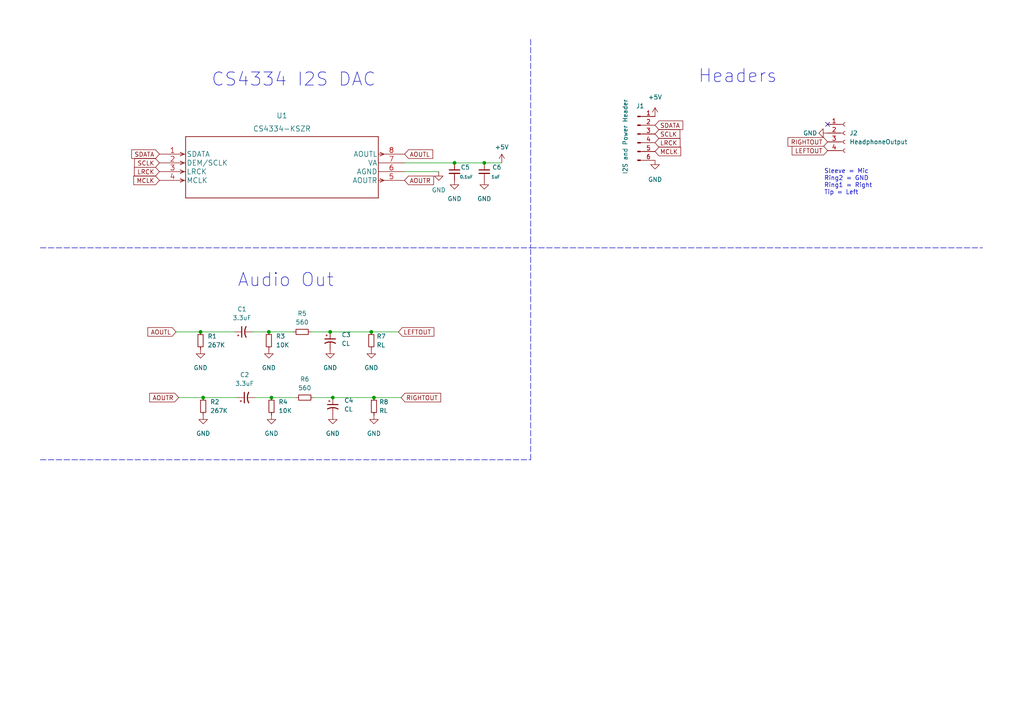
<source format=kicad_sch>
(kicad_sch (version 20211123) (generator eeschema)
  (paper "A4")
  (lib_symbols
    (symbol "CS4334:CS4334-KSZR" (pin_names (offset 0.254))
      (property "Reference" "U" (at 35.56 10.16 0))
      (property "Value" "CS4334-KSZR" (at 35.56 7.62 0))
      (symbol "CS4334-KSZR_1_1"
        (polyline (pts (xy 7.112 -7.62) (xy 6.0452 -8.128)) (stroke (width 0.2032)))
        (polyline (pts (xy 7.112 -7.62) (xy 6.0452 -7.112)) (stroke (width 0.2032)))
        (polyline (pts (xy 7.112 -5.08) (xy 6.0452 -5.588)) (stroke (width 0.2032)))
        (polyline (pts (xy 7.112 -5.08) (xy 6.0452 -4.572)) (stroke (width 0.2032)))
        (polyline (pts (xy 7.112 -2.54) (xy 6.0452 -3.048)) (stroke (width 0.2032)))
        (polyline (pts (xy 7.112 -2.54) (xy 6.0452 -2.032)) (stroke (width 0.2032)))
        (polyline (pts (xy 7.112 0) (xy 6.0452 -0.508)) (stroke (width 0.2032)))
        (polyline (pts (xy 7.112 0) (xy 6.0452 0.508)) (stroke (width 0.2032)))
        (polyline (pts (xy 7.62 -12.7) (xy 63.5 -12.7)) (stroke (width 0.2032)))
        (polyline (pts (xy 7.62 5.08) (xy 7.62 -12.7)) (stroke (width 0.2032)))
        (polyline (pts (xy 63.5 -12.7) (xy 63.5 5.08)) (stroke (width 0.2032)))
        (polyline (pts (xy 63.5 5.08) (xy 7.62 5.08)) (stroke (width 0.2032)))
        (polyline (pts (xy 64.008 -8.128) (xy 65.0748 -7.62)) (stroke (width 0.2032)))
        (polyline (pts (xy 64.008 -7.112) (xy 65.0748 -7.62)) (stroke (width 0.2032)))
        (polyline (pts (xy 64.008 -0.508) (xy 65.0748 0)) (stroke (width 0.2032)))
        (polyline (pts (xy 64.008 0.508) (xy 65.0748 0)) (stroke (width 0.2032)))
        (pin input line (at 0 0 0) (length 7.62) (name "SDATA") (number "1"))
        (pin input line (at 0 -2.54 0) (length 7.62) (name "DEM/SCLK") (number "2"))
        (pin input line (at 0 -5.08 0) (length 7.62) (name "LRCK") (number "3"))
        (pin input line (at 0 -7.62 0) (length 7.62) (name "MCLK") (number "4"))
        (pin output line (at 71.12 -7.62 180) (length 7.62) (name "AOUTR") (number "5"))
        (pin power_in line (at 71.12 -5.08 180) (length 7.62) (name "AGND") (number "6"))
        (pin power_in line (at 71.12 -2.54 180) (length 7.62) (name "VA") (number "7"))
        (pin output line (at 71.12 0 180) (length 7.62) (name "AOUTL") (number "8"))
      )
    )
    (symbol "Connector:Conn_01x04_Female" (pin_names (offset 1.016) hide)
      (property "Reference" "J" (at 0 5.08 0))
      (property "Value" "Conn_01x04_Female" (at 0 -7.62 0))
      (symbol "Conn_01x04_Female_1_1"
        (arc (start 0 -4.572) (mid -0.508 -5.08) (end 0 -5.588) (stroke (width 0.1524)))
        (arc (start 0 -2.032) (mid -0.508 -2.54) (end 0 -3.048) (stroke (width 0.1524)))
        (polyline (pts (xy -1.27 -5.08) (xy -0.508 -5.08)) (stroke (width 0.1524)))
        (polyline (pts (xy -1.27 -2.54) (xy -0.508 -2.54)) (stroke (width 0.1524)))
        (polyline (pts (xy -1.27 0) (xy -0.508 0)) (stroke (width 0.1524)))
        (polyline (pts (xy -1.27 2.54) (xy -0.508 2.54)) (stroke (width 0.1524)))
        (arc (start 0 0.508) (mid -0.508 0) (end 0 -0.508) (stroke (width 0.1524)))
        (arc (start 0 3.048) (mid -0.508 2.54) (end 0 2.032) (stroke (width 0.1524)))
        (pin passive line (at -5.08 2.54 0) (length 3.81) (name "Pin_1") (number "1"))
        (pin passive line (at -5.08 0 0) (length 3.81) (name "Pin_2") (number "2"))
        (pin passive line (at -5.08 -2.54 0) (length 3.81) (name "Pin_3") (number "3"))
        (pin passive line (at -5.08 -5.08 0) (length 3.81) (name "Pin_4") (number "4"))
      )
    )
    (symbol "Connector:Conn_01x06_Male" (pin_names (offset 1.016) hide)
      (property "Reference" "J" (at 0 7.62 0))
      (property "Value" "Conn_01x06_Male" (at 0 -10.16 0))
      (symbol "Conn_01x06_Male_1_1"
        (polyline (pts (xy 1.27 -7.62) (xy 0.8636 -7.62)) (stroke (width 0.1524)))
        (polyline (pts (xy 1.27 -5.08) (xy 0.8636 -5.08)) (stroke (width 0.1524)))
        (polyline (pts (xy 1.27 -2.54) (xy 0.8636 -2.54)) (stroke (width 0.1524)))
        (polyline (pts (xy 1.27 0) (xy 0.8636 0)) (stroke (width 0.1524)))
        (polyline (pts (xy 1.27 2.54) (xy 0.8636 2.54)) (stroke (width 0.1524)))
        (polyline (pts (xy 1.27 5.08) (xy 0.8636 5.08)) (stroke (width 0.1524)))
        (rectangle (start 0.8636 -7.493) (end 0 -7.747) (stroke (width 0.1524)) (fill (type outline)))
        (rectangle (start 0.8636 -4.953) (end 0 -5.207) (stroke (width 0.1524)) (fill (type outline)))
        (rectangle (start 0.8636 -2.413) (end 0 -2.667) (stroke (width 0.1524)) (fill (type outline)))
        (rectangle (start 0.8636 0.127) (end 0 -0.127) (stroke (width 0.1524)) (fill (type outline)))
        (rectangle (start 0.8636 2.667) (end 0 2.413) (stroke (width 0.1524)) (fill (type outline)))
        (rectangle (start 0.8636 5.207) (end 0 4.953) (stroke (width 0.1524)) (fill (type outline)))
        (pin passive line (at 5.08 5.08 180) (length 3.81) (name "Pin_1") (number "1"))
        (pin passive line (at 5.08 2.54 180) (length 3.81) (name "Pin_2") (number "2"))
        (pin passive line (at 5.08 0 180) (length 3.81) (name "Pin_3") (number "3"))
        (pin passive line (at 5.08 -2.54 180) (length 3.81) (name "Pin_4") (number "4"))
        (pin passive line (at 5.08 -5.08 180) (length 3.81) (name "Pin_5") (number "5"))
        (pin passive line (at 5.08 -7.62 180) (length 3.81) (name "Pin_6") (number "6"))
      )
    )
    (symbol "Device:C_Polarized_Small_US" (pin_numbers hide) (pin_names (offset 0.254) hide)
      (property "Reference" "C" (at 0.254 1.778 0))
      (property "Value" "C_Polarized_Small_US" (at 0.254 -2.032 0))
      (symbol "C_Polarized_Small_US_0_1"
        (polyline (pts (xy -1.524 0.508) (xy 1.524 0.508)) (stroke (width 0.3048)))
        (polyline (pts (xy -1.27 1.524) (xy -0.762 1.524)))
        (polyline (pts (xy -1.016 1.27) (xy -1.016 1.778)))
        (arc (start 1.524 -0.762) (mid 0 -0.3734) (end -1.524 -0.762) (stroke (width 0.3048)))
      )
      (symbol "C_Polarized_Small_US_1_1"
        (pin passive line (at 0 2.54 270) (length 2.032) (name "~") (number "1"))
        (pin passive line (at 0 -2.54 90) (length 2.032) (name "~") (number "2"))
      )
    )
    (symbol "Device:C_Small" (pin_numbers hide) (pin_names (offset 0.254) hide)
      (property "Reference" "C" (at 0.254 1.778 0))
      (property "Value" "C_Small" (at 0.254 -2.032 0))
      (symbol "C_Small_0_1"
        (polyline (pts (xy -1.524 -0.508) (xy 1.524 -0.508)) (stroke (width 0.3302)))
        (polyline (pts (xy -1.524 0.508) (xy 1.524 0.508)) (stroke (width 0.3048)))
      )
      (symbol "C_Small_1_1"
        (pin passive line (at 0 2.54 270) (length 2.032) (name "~") (number "1"))
        (pin passive line (at 0 -2.54 90) (length 2.032) (name "~") (number "2"))
      )
    )
    (symbol "Device:R_Small" (pin_numbers hide) (pin_names (offset 0.254) hide)
      (property "Reference" "R" (at 0.762 0.508 0))
      (property "Value" "R_Small" (at 0.762 -1.016 0))
      (symbol "R_Small_0_1"
        (rectangle (start -0.762 1.778) (end 0.762 -1.778) (stroke (width 0.2032)))
      )
      (symbol "R_Small_1_1"
        (pin passive line (at 0 2.54 270) (length 0.762) (name "~") (number "1"))
        (pin passive line (at 0 -2.54 90) (length 0.762) (name "~") (number "2"))
      )
    )
    (symbol "power:+5V" (power) (pin_names (offset 0))
      (property "Value" "+5V" (at 0 3.556 0))
      (symbol "+5V_0_1"
        (polyline (pts (xy -0.762 1.27) (xy 0 2.54)))
        (polyline (pts (xy 0 0) (xy 0 2.54)))
        (polyline (pts (xy 0 2.54) (xy 0.762 1.27)))
      )
      (symbol "+5V_1_1"
        (pin power_in line (at 0 0 90) (length 0) hide (name "+5V") (number "1"))
      )
    )
    (symbol "power:GND" (power) (pin_names (offset 0))
      (property "Value" "GND" (at 0 -3.81 0))
      (symbol "GND_0_1"
        (polyline (pts (xy 0 0) (xy 0 -1.27) (xy 1.27 -1.27) (xy 0 -2.54) (xy -1.27 -1.27) (xy 0 -1.27)))
      )
      (symbol "GND_1_1"
        (pin power_in line (at 0 0 270) (length 0) hide (name "GND") (number "1"))
      )
    )
  )
  (junction (at 77.978 96.266))
  (junction (at 140.462 47.244))
  (junction (at 95.758 96.266))
  (junction (at 96.52 115.316))
  (junction (at 131.826 47.244))
  (junction (at 107.696 96.266))
  (junction (at 78.74 115.316))
  (junction (at 58.166 96.266))
  (junction (at 108.458 115.316))
  (junction (at 58.928 115.316))
  (no_connect (at 240.03 36.068))
  (wire (pts (xy 77.978 96.266) (xy 85.09 96.266)))
  (wire (pts (xy 96.52 115.316) (xy 108.458 115.316)))
  (wire (pts (xy 117.348 49.784) (xy 127.254 49.784)))
  (wire (pts (xy 58.928 115.316) (xy 68.834 115.316)))
  (wire (pts (xy 51.816 115.316) (xy 58.928 115.316)))
  (wire (pts (xy 78.74 115.316) (xy 85.852 115.316)))
  (wire (pts (xy 107.696 96.266) (xy 115.57 96.266)))
  (polyline (pts (xy 11.684 71.882) (xy 153.924 71.882)))
  (wire (pts (xy 90.17 96.266) (xy 95.758 96.266)))
  (polyline (pts (xy 11.684 133.35) (xy 153.924 133.35)))
  (wire (pts (xy 117.348 47.244) (xy 131.826 47.244)))
  (wire (pts (xy 51.054 96.266) (xy 58.166 96.266)))
  (wire (pts (xy 90.932 115.316) (xy 96.52 115.316)))
  (wire (pts (xy 95.758 96.266) (xy 107.696 96.266)))
  (wire (pts (xy 58.166 96.266) (xy 68.072 96.266)))
  (wire (pts (xy 108.458 115.316) (xy 116.332 115.316)))
  (polyline (pts (xy 153.924 11.43) (xy 153.924 71.882)))
  (polyline (pts (xy 153.924 133.35) (xy 153.924 71.628)))
  (wire (pts (xy 73.152 96.266) (xy 77.978 96.266)))
  (wire (pts (xy 131.826 47.244) (xy 140.462 47.244)))
  (wire (pts (xy 140.462 47.244) (xy 145.542 47.244)))
  (polyline (pts (xy 153.924 71.882) (xy 284.988 71.882)))
  (wire (pts (xy 73.914 115.316) (xy 78.74 115.316)))
  (text "CS4334 I2S DAC" (at 61.214 25.4 0) (effects (font (size 3.81 3.81)) (justify left bottom)))
  (text "Audio Out" (at 68.834 83.566 0) (effects (font (size 3.81 3.81)) (justify left bottom)))
  (text "Headers" (at 202.438 24.384 0) (effects (font (size 3.81 3.81)) (justify left bottom)))
  (text "Sleeve = Mic\nRing2 = GND\nRing1 = Right\nTip = Left\n" (at 239.014 56.642 0) (effects (font (size 1.27 1.27)) (justify left bottom)))
  (global_label "AOUTL" (shape input) (at 117.348 44.704 0) (property "Intersheet References" "${INTERSHEET_REFS}" (effects hide)))
  (global_label "AOUTR" (shape input) (at 51.816 115.316 180) (property "Intersheet References" "${INTERSHEET_REFS}" (effects hide)))
  (global_label "AOUTL" (shape input) (at 51.054 96.266 180) (property "Intersheet References" "${INTERSHEET_REFS}" (effects hide)))
  (global_label "SCLK" (shape input) (at 46.228 47.244 180) (property "Intersheet References" "${INTERSHEET_REFS}" (effects hide)))
  (global_label "LRCK" (shape input) (at 46.228 49.784 180) (property "Intersheet References" "${INTERSHEET_REFS}" (effects hide)))
  (global_label "MCLK" (shape input) (at 46.228 52.324 180) (property "Intersheet References" "${INTERSHEET_REFS}" (effects hide)))
  (global_label "SDATA" (shape input) (at 189.992 36.322 0) (property "Intersheet References" "${INTERSHEET_REFS}" (effects hide)))
  (global_label "SDATA" (shape input) (at 46.228 44.704 180) (property "Intersheet References" "${INTERSHEET_REFS}" (effects hide)))
  (global_label "RIGHTOUT" (shape input) (at 240.03 41.148 180) (property "Intersheet References" "${INTERSHEET_REFS}" (effects hide)))
  (global_label "LEFTOUT" (shape input) (at 115.57 96.266 0) (property "Intersheet References" "${INTERSHEET_REFS}" (effects hide)))
  (global_label "RIGHTOUT" (shape input) (at 116.332 115.316 0) (property "Intersheet References" "${INTERSHEET_REFS}" (effects hide)))
  (global_label "AOUTR" (shape input) (at 117.348 52.324 0) (property "Intersheet References" "${INTERSHEET_REFS}" (effects hide)))
  (global_label "MCLK" (shape input) (at 189.992 43.942 0) (property "Intersheet References" "${INTERSHEET_REFS}" (effects hide)))
  (global_label "SCLK" (shape input) (at 189.992 38.862 0) (property "Intersheet References" "${INTERSHEET_REFS}" (effects hide)))
  (global_label "LRCK" (shape input) (at 189.992 41.402 0) (property "Intersheet References" "${INTERSHEET_REFS}" (effects hide)))
  (global_label "LEFTOUT" (shape input) (at 240.03 43.688 180) (property "Intersheet References" "${INTERSHEET_REFS}" (effects hide)))
  (symbol (lib_id "Device:R_Small") (at 88.392 115.316 90) (unit 1)
    (property "Reference" "R6" (at 88.392 109.982 90))
    (property "Value" "560" (at 88.392 112.522 90))
    (property "Footprint" "Resistor_SMD:R_0805_2012Metric_Pad1.20x1.40mm_HandSolder" (effects hide))
  )
  (symbol (lib_id "Device:C_Small") (at 140.462 49.784 0) (unit 1)
    (property "Reference" "C6" (at 142.748 48.514 0) (effects (justify left)))
    (property "Value" "1uF" (at 142.494 51.308 0) (effects (font (size 0.889 0.889)) (justify left)))
    (property "Footprint" "Capacitor_SMD:C_0805_2012Metric_Pad1.18x1.45mm_HandSolder" (effects hide))
  )
  (symbol (lib_id "power:GND") (at 78.74 120.396 0) (unit 1)
    (property "Reference" "#PWR04" (effects hide))
    (property "Value" "GND" (at 78.74 125.73 0))
  )
  (symbol (lib_id "Device:C_Polarized_Small_US") (at 96.52 117.856 0) (unit 1)
    (property "Reference" "C4" (at 99.822 116.1541 0) (effects (justify left)))
    (property "Value" "CL" (at 99.822 118.6941 0) (effects (justify left)))
    (property "Footprint" "Capacitor_SMD:C_0805_2012Metric_Pad1.18x1.45mm_HandSolder" (effects hide))
  )
  (symbol (lib_id "Device:R_Small") (at 108.458 117.856 0) (unit 1)
    (property "Reference" "R8" (at 109.982 116.5859 0) (effects (justify left)))
    (property "Value" "RL" (at 109.982 119.1259 0) (effects (justify left)))
    (property "Footprint" "Resistor_SMD:R_0805_2012Metric_Pad1.20x1.40mm_HandSolder" (effects hide))
  )
  (symbol (lib_id "power:GND") (at 95.758 101.346 0) (unit 1)
    (property "Reference" "#PWR05" (effects hide))
    (property "Value" "GND" (at 95.758 106.68 0))
  )
  (symbol (lib_id "Device:C_Polarized_Small_US") (at 95.758 98.806 0) (unit 1)
    (property "Reference" "C3" (at 99.06 97.1041 0) (effects (justify left)))
    (property "Value" "CL" (at 99.06 99.6441 0) (effects (justify left)))
    (property "Footprint" "Capacitor_SMD:C_0805_2012Metric_Pad1.18x1.45mm_HandSolder" (effects hide))
  )
  (symbol (lib_id "power:GND") (at 58.166 101.346 0) (unit 1)
    (property "Reference" "#PWR01" (effects hide))
    (property "Value" "GND" (at 58.166 106.68 0))
  )
  (symbol (lib_id "power:+5V") (at 189.992 33.782 0) (unit 1)
    (property "Reference" "#PWR013" (effects hide))
    (property "Value" "+5V" (at 189.992 28.194 0))
  )
  (symbol (lib_id "Connector:Conn_01x04_Female") (at 245.11 38.608 0) (unit 1)
    (property "Reference" "J2" (at 246.38 38.6079 0) (effects (justify left)))
    (property "Value" "HeadphoneOutput" (at 246.38 41.1479 0) (effects (justify left)))
    (property "Footprint" "Connector_PinHeader_2.54mm:PinHeader_1x04_P2.54mm_Vertical" (effects hide))
  )
  (symbol (lib_id "Device:R_Small") (at 107.696 98.806 0) (unit 1)
    (property "Reference" "R7" (at 109.22 97.5359 0) (effects (justify left)))
    (property "Value" "RL" (at 109.22 100.0759 0) (effects (justify left)))
    (property "Footprint" "Resistor_SMD:R_0805_2012Metric_Pad1.20x1.40mm_HandSolder" (effects hide))
  )
  (symbol (lib_id "Device:R_Small") (at 87.63 96.266 90) (unit 1)
    (property "Reference" "R5" (at 87.63 90.932 90))
    (property "Value" "560" (at 87.63 93.472 90))
    (property "Footprint" "Resistor_SMD:R_0805_2012Metric_Pad1.20x1.40mm_HandSolder" (effects hide))
  )
  (symbol (lib_id "CS4334:CS4334-KSZR") (at 46.228 44.704 0) (unit 1)
    (property "Reference" "U1" (at 81.788 33.528 0) (effects (font (size 1.524 1.524))))
    (property "Value" "CS4334-KSZR" (at 81.788 37.338 0) (effects (font (size 1.524 1.524))))
    (property "Footprint" "ProjectFootprints:CS4334-KSZR" (effects hide))
  )
  (symbol (lib_id "Device:C_Polarized_Small_US") (at 71.374 115.316 90) (unit 1)
    (property "Reference" "C2" (at 70.9422 108.712 90))
    (property "Value" "3.3uF" (at 70.9422 111.252 90))
    (property "Footprint" "Capacitor_SMD:C_0805_2012Metric_Pad1.18x1.45mm_HandSolder" (effects hide))
  )
  (symbol (lib_id "power:GND") (at 140.462 52.324 0) (unit 1)
    (property "Reference" "#PWR011" (effects hide))
    (property "Value" "GND" (at 140.462 57.658 0))
  )
  (symbol (lib_id "power:GND") (at 131.826 52.324 0) (unit 1)
    (property "Reference" "#PWR010" (effects hide))
    (property "Value" "GND" (at 131.826 57.658 0))
  )
  (symbol (lib_id "power:+5V") (at 145.542 47.244 0) (unit 1)
    (property "Reference" "#PWR012" (effects hide))
    (property "Value" "+5V" (at 145.542 42.672 0))
  )
  (symbol (lib_id "power:GND") (at 127.254 49.784 0) (unit 1)
    (property "Reference" "#PWR09" (effects hide))
    (property "Value" "GND" (at 127.254 55.118 0))
  )
  (symbol (lib_id "power:GND") (at 96.52 120.396 0) (unit 1)
    (property "Reference" "#PWR06" (effects hide))
    (property "Value" "GND" (at 96.52 125.73 0))
  )
  (symbol (lib_id "Device:C_Small") (at 131.826 49.784 0) (unit 1)
    (property "Reference" "C5" (at 133.604 48.514 0) (effects (justify left)))
    (property "Value" "0.1uF" (at 133.35 51.308 0) (effects (font (size 0.889 0.889)) (justify left)))
    (property "Footprint" "Capacitor_SMD:C_0805_2012Metric_Pad1.18x1.45mm_HandSolder" (effects hide))
  )
  (symbol (lib_id "Connector:Conn_01x06_Male") (at 184.912 38.862 0) (unit 1)
    (property "Reference" "J1" (at 185.674 30.734 0))
    (property "Value" "I2S and Power Header" (at 181.356 39.624 90))
    (property "Footprint" "Connector_PinHeader_2.54mm:PinHeader_1x06_P2.54mm_Vertical" (effects hide))
  )
  (symbol (lib_id "power:GND") (at 77.978 101.346 0) (unit 1)
    (property "Reference" "#PWR03" (effects hide))
    (property "Value" "GND" (at 77.978 106.68 0))
  )
  (symbol (lib_id "power:GND") (at 58.928 120.396 0) (unit 1)
    (property "Reference" "#PWR02" (effects hide))
    (property "Value" "GND" (at 58.928 125.73 0))
  )
  (symbol (lib_id "power:GND") (at 107.696 101.346 0) (unit 1)
    (property "Reference" "#PWR07" (effects hide))
    (property "Value" "GND" (at 107.696 106.68 0))
  )
  (symbol (lib_id "Device:R_Small") (at 78.74 117.856 0) (unit 1)
    (property "Reference" "R4" (at 80.772 116.5859 0) (effects (justify left)))
    (property "Value" "10K" (at 80.772 119.1259 0) (effects (justify left)))
    (property "Footprint" "Resistor_SMD:R_0805_2012Metric_Pad1.20x1.40mm_HandSolder" (effects hide))
  )
  (symbol (lib_id "Device:C_Polarized_Small_US") (at 70.612 96.266 90) (unit 1)
    (property "Reference" "C1" (at 70.1802 89.662 90))
    (property "Value" "3.3uF" (at 70.1802 92.202 90))
    (property "Footprint" "Capacitor_SMD:C_0805_2012Metric_Pad1.18x1.45mm_HandSolder" (effects hide))
  )
  (symbol (lib_id "power:GND") (at 240.03 38.608 270) (unit 1)
    (property "Reference" "#PWR0101" (effects hide))
    (property "Value" "GND" (at 232.918 38.608 90) (effects (justify left)))
  )
  (symbol (lib_id "Device:R_Small") (at 77.978 98.806 0) (unit 1)
    (property "Reference" "R3" (at 80.01 97.5359 0) (effects (justify left)))
    (property "Value" "10K" (at 80.01 100.0759 0) (effects (justify left)))
    (property "Footprint" "Resistor_SMD:R_0805_2012Metric_Pad1.20x1.40mm_HandSolder" (effects hide))
  )
  (symbol (lib_id "power:GND") (at 108.458 120.396 0) (unit 1)
    (property "Reference" "#PWR08" (effects hide))
    (property "Value" "GND" (at 108.458 125.73 0))
  )
  (symbol (lib_id "power:GND") (at 189.992 46.482 0) (unit 1)
    (property "Reference" "#PWR014" (effects hide))
    (property "Value" "GND" (at 189.992 52.07 0))
  )
  (symbol (lib_id "Device:R_Small") (at 58.166 98.806 0) (unit 1)
    (property "Reference" "R1" (at 60.198 97.5359 0) (effects (justify left)))
    (property "Value" "267K" (at 60.198 100.0759 0) (effects (justify left)))
    (property "Footprint" "Resistor_SMD:R_0805_2012Metric_Pad1.20x1.40mm_HandSolder" (effects hide))
  )
  (symbol (lib_id "Device:R_Small") (at 58.928 117.856 0) (unit 1)
    (property "Reference" "R2" (at 60.96 116.5859 0) (effects (justify left)))
    (property "Value" "267K" (at 60.96 119.1259 0) (effects (justify left)))
    (property "Footprint" "Resistor_SMD:R_0805_2012Metric_Pad1.20x1.40mm_HandSolder" (effects hide))
  )
)
</source>
